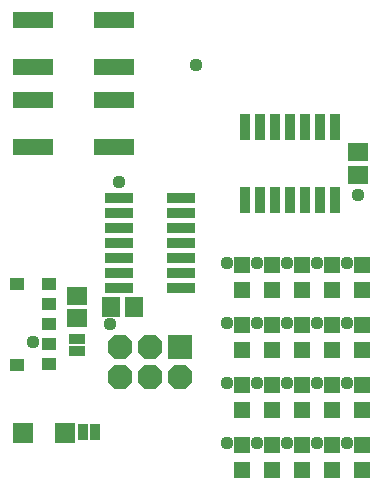
<source format=gts>
G75*
G70*
%OFA0B0*%
%FSLAX24Y24*%
%IPPOS*%
%LPD*%
%AMOC8*
5,1,8,0,0,1.08239X$1,22.5*
%
%ADD10R,0.0950X0.0320*%
%ADD11R,0.0820X0.0820*%
%ADD12OC8,0.0820*%
%ADD13R,0.0592X0.0671*%
%ADD14R,0.0552X0.0552*%
%ADD15R,0.0340X0.0880*%
%ADD16R,0.0671X0.0592*%
%ADD17R,0.0513X0.0395*%
%ADD18R,0.0671X0.0671*%
%ADD19R,0.1340X0.0552*%
%ADD20R,0.0580X0.0330*%
%ADD21R,0.0330X0.0580*%
%ADD22C,0.0437*%
D10*
X009930Y008405D03*
X009930Y008905D03*
X009930Y009405D03*
X009930Y009905D03*
X009930Y010405D03*
X009930Y010905D03*
X009930Y011405D03*
X011980Y011405D03*
X011980Y010905D03*
X011980Y010405D03*
X011980Y009905D03*
X011980Y009405D03*
X011980Y008905D03*
X011980Y008405D03*
D11*
X011955Y006455D03*
D12*
X011955Y005455D03*
X010955Y005455D03*
X010955Y006455D03*
X009955Y006455D03*
X009955Y005455D03*
D13*
X009656Y007780D03*
X010404Y007780D03*
D14*
X014005Y008342D03*
X014005Y009168D03*
X015005Y009168D03*
X015005Y008342D03*
X016005Y008342D03*
X016005Y009168D03*
X017005Y009168D03*
X017005Y008342D03*
X018005Y008342D03*
X018005Y009168D03*
X018005Y007168D03*
X018005Y006342D03*
X017005Y006342D03*
X017005Y007168D03*
X016005Y007168D03*
X016005Y006342D03*
X015005Y006342D03*
X015005Y007168D03*
X014005Y007168D03*
X014005Y006342D03*
X014005Y005168D03*
X014005Y004342D03*
X015005Y004342D03*
X015005Y005168D03*
X016005Y005168D03*
X016005Y004342D03*
X017005Y004342D03*
X017005Y005168D03*
X018005Y005168D03*
X018005Y004342D03*
X018005Y003168D03*
X018005Y002342D03*
X017005Y002342D03*
X017005Y003168D03*
X016005Y003168D03*
X016005Y002342D03*
X015005Y002342D03*
X015005Y003168D03*
X014005Y003168D03*
X014005Y002342D03*
D15*
X014119Y011356D03*
X014619Y011356D03*
X015119Y011356D03*
X015619Y011356D03*
X016119Y011356D03*
X016619Y011356D03*
X017119Y011356D03*
X017119Y013776D03*
X016619Y013776D03*
X016119Y013776D03*
X015619Y013776D03*
X015119Y013776D03*
X014619Y013776D03*
X014119Y013776D03*
D16*
X017882Y012930D03*
X017882Y012182D03*
X008508Y008155D03*
X008508Y007407D03*
D17*
X006507Y005841D03*
X007570Y005881D03*
X007570Y006550D03*
X007570Y007219D03*
X007570Y007888D03*
X007570Y008558D03*
X006507Y008558D03*
D18*
X006731Y003593D03*
X008109Y003593D03*
D19*
X007066Y013118D03*
X007066Y014692D03*
X007066Y015768D03*
X007066Y017342D03*
X009744Y017342D03*
X009744Y015768D03*
X009744Y014692D03*
X009744Y013118D03*
D20*
X008505Y006705D03*
X008505Y006305D03*
D21*
X008705Y003605D03*
X009105Y003605D03*
D22*
X007055Y006605D03*
X009605Y007205D03*
X013505Y007255D03*
X014505Y007255D03*
X015505Y007255D03*
X016505Y007255D03*
X017505Y007255D03*
X017505Y005255D03*
X016505Y005255D03*
X015505Y005255D03*
X014505Y005255D03*
X013505Y005255D03*
X013505Y003255D03*
X014505Y003255D03*
X015505Y003255D03*
X016505Y003255D03*
X017505Y003255D03*
X017505Y009255D03*
X016505Y009255D03*
X015505Y009255D03*
X014505Y009255D03*
X013505Y009255D03*
X009905Y011955D03*
X012480Y015855D03*
X017880Y011505D03*
M02*

</source>
